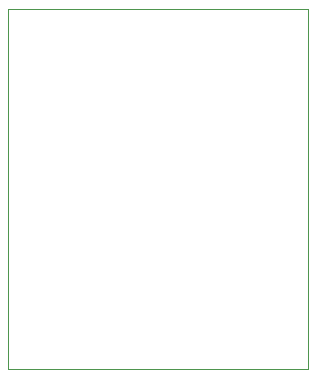
<source format=gm1>
G04 #@! TF.GenerationSoftware,KiCad,Pcbnew,9.0.6*
G04 #@! TF.CreationDate,2025-12-31T14:00:50-06:00*
G04 #@! TF.ProjectId,QFN-20_4x4,51464e2d-3230-45f3-9478-342e6b696361,rev?*
G04 #@! TF.SameCoordinates,Original*
G04 #@! TF.FileFunction,Profile,NP*
%FSLAX46Y46*%
G04 Gerber Fmt 4.6, Leading zero omitted, Abs format (unit mm)*
G04 Created by KiCad (PCBNEW 9.0.6) date 2025-12-31 14:00:50*
%MOMM*%
%LPD*%
G01*
G04 APERTURE LIST*
G04 #@! TA.AperFunction,Profile*
%ADD10C,0.050000*%
G04 #@! TD*
G04 APERTURE END LIST*
D10*
X125730000Y-105410000D02*
X151130000Y-105410000D01*
X151130000Y-135890000D01*
X125730000Y-135890000D01*
X125730000Y-105410000D01*
M02*

</source>
